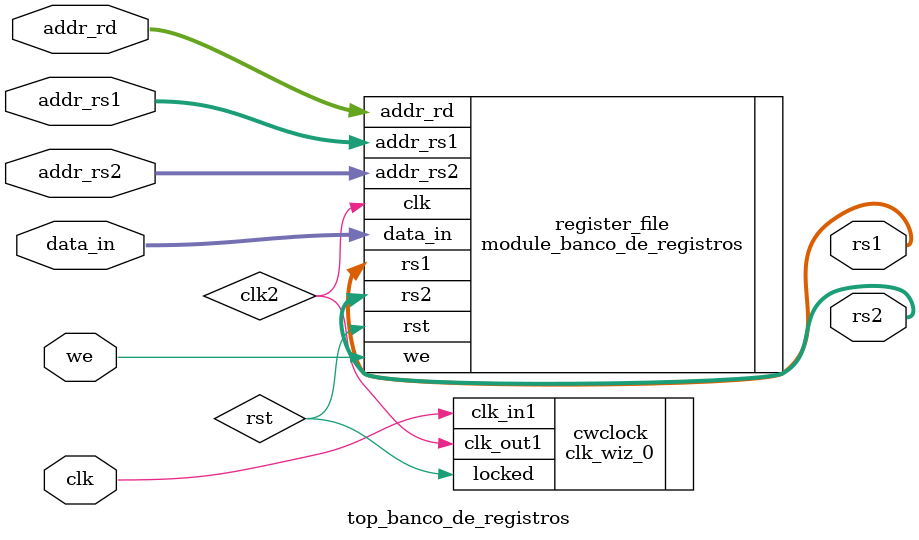
<source format=sv>
`timescale 1ns / 1ps

module top_banco_de_registros(
    //Entradas al módulo
    input logic [3:0] data_in,
    input logic [4:0] addr_rd,
    input logic [4:0] addr_rs1,
    input logic [4:0] addr_rs2,
    input logic we,
    input logic clk,
    
    //Salidas del módulo
    output logic [3:0] rs1,
    output logic [3:0] rs2
    );
    
    //Parámetros
    localparam N = 8;
    localparam W = 4;
    
    logic clk2;
    logic rst;
    
    clk_wiz_0 cwclock
   (
    .clk_out1(clk2),
    .locked(rst),
    .clk_in1(clk));
    
    module_banco_de_registros #(.N(N),.W(W)) register_file(
    .addr_rs1  (addr_rs1),
    .addr_rs2  (addr_rs2),
    .addr_rd   (addr_rd),
    .we        (we),
    .data_in   (data_in),
    .clk       (clk2),
    .rs1       (rs1),
    .rs2       (rs2),
    .rst       (rst)
    );
endmodule

</source>
